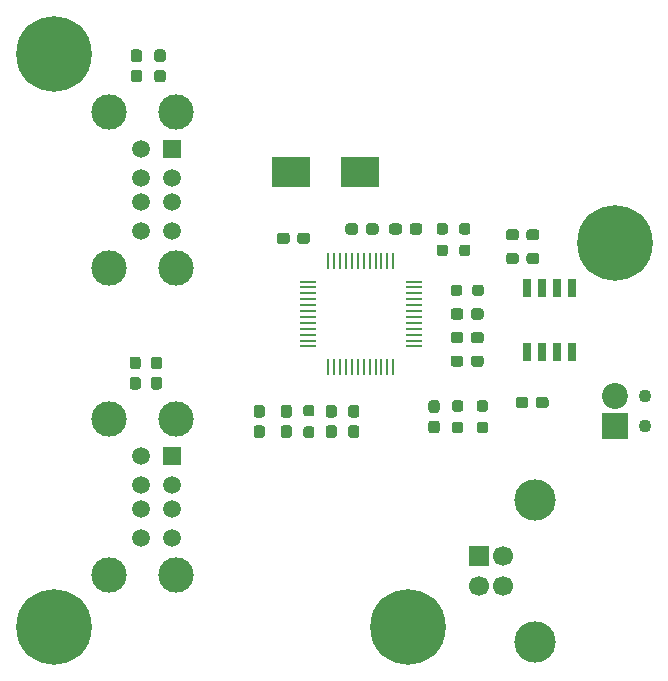
<source format=gbr>
%TF.GenerationSoftware,KiCad,Pcbnew,(5.1.10)-1*%
%TF.CreationDate,2021-06-30T06:41:13-07:00*%
%TF.ProjectId,USBHub,55534248-7562-42e6-9b69-6361645f7063,rev?*%
%TF.SameCoordinates,Original*%
%TF.FileFunction,Soldermask,Top*%
%TF.FilePolarity,Negative*%
%FSLAX46Y46*%
G04 Gerber Fmt 4.6, Leading zero omitted, Abs format (unit mm)*
G04 Created by KiCad (PCBNEW (5.1.10)-1) date 2021-06-30 06:41:13*
%MOMM*%
%LPD*%
G01*
G04 APERTURE LIST*
%ADD10C,0.800000*%
%ADD11C,6.400000*%
%ADD12C,3.000000*%
%ADD13R,1.500000X1.500000*%
%ADD14C,1.500000*%
%ADD15R,3.325000X2.500000*%
%ADD16R,0.700000X1.650000*%
%ADD17O,1.500000X0.250000*%
%ADD18O,0.250000X1.500000*%
%ADD19C,1.100000*%
%ADD20C,2.200000*%
%ADD21R,2.200000X2.200000*%
%ADD22C,3.500000*%
%ADD23C,1.700000*%
%ADD24R,1.700000X1.700000*%
G04 APERTURE END LIST*
D10*
%TO.C,H4*%
X158697056Y-110802944D03*
X157000000Y-110100000D03*
X155302944Y-110802944D03*
X154600000Y-112500000D03*
X155302944Y-114197056D03*
X157000000Y-114900000D03*
X158697056Y-114197056D03*
X159400000Y-112500000D03*
D11*
X157000000Y-112500000D03*
%TD*%
D10*
%TO.C,H3*%
X128697056Y-110802944D03*
X127000000Y-110100000D03*
X125302944Y-110802944D03*
X124600000Y-112500000D03*
X125302944Y-114197056D03*
X127000000Y-114900000D03*
X128697056Y-114197056D03*
X129400000Y-112500000D03*
D11*
X127000000Y-112500000D03*
%TD*%
D10*
%TO.C,H2*%
X176197056Y-78302944D03*
X174500000Y-77600000D03*
X172802944Y-78302944D03*
X172100000Y-80000000D03*
X172802944Y-81697056D03*
X174500000Y-82400000D03*
X176197056Y-81697056D03*
X176900000Y-80000000D03*
D11*
X174500000Y-80000000D03*
%TD*%
D10*
%TO.C,H1*%
X128697056Y-62302944D03*
X127000000Y-61600000D03*
X125302944Y-62302944D03*
X124600000Y-64000000D03*
X125302944Y-65697056D03*
X127000000Y-66400000D03*
X128697056Y-65697056D03*
X129400000Y-64000000D03*
D11*
X127000000Y-64000000D03*
%TD*%
D12*
%TO.C,J2*%
X137350000Y-108070000D03*
X137350000Y-94930000D03*
D13*
X137000000Y-98000000D03*
D14*
X137000000Y-100500000D03*
X137000000Y-102500000D03*
X137000000Y-105000000D03*
D12*
X131670000Y-94930000D03*
X131670000Y-108070000D03*
D14*
X134380000Y-98000000D03*
X134380000Y-100500000D03*
X134380000Y-102500000D03*
X134380000Y-105000000D03*
%TD*%
D12*
%TO.C,J1*%
X137350000Y-82070000D03*
X137350000Y-68930000D03*
D13*
X137000000Y-72000000D03*
D14*
X137000000Y-74500000D03*
X137000000Y-76500000D03*
X137000000Y-79000000D03*
D12*
X131670000Y-68930000D03*
X131670000Y-82070000D03*
D14*
X134380000Y-72000000D03*
X134380000Y-74500000D03*
X134380000Y-76500000D03*
X134380000Y-79000000D03*
%TD*%
D15*
%TO.C,Y1*%
X147087500Y-74000000D03*
X152912500Y-74000000D03*
%TD*%
D16*
%TO.C,U2*%
X170905000Y-89200000D03*
X170905000Y-83800000D03*
X169635000Y-89200000D03*
X169635000Y-83800000D03*
X168365000Y-89200000D03*
X168365000Y-83800000D03*
X167095000Y-89200000D03*
X167095000Y-83800000D03*
%TD*%
D17*
%TO.C,U1*%
X157500000Y-83250000D03*
X157500000Y-83750000D03*
X157500000Y-84250000D03*
X157500000Y-84750000D03*
X157500000Y-85250000D03*
X157500000Y-85750000D03*
X157500000Y-86250000D03*
X157500000Y-86750000D03*
X157500000Y-87250000D03*
X157500000Y-87750000D03*
X157500000Y-88250000D03*
X157500000Y-88750000D03*
D18*
X155750000Y-90500000D03*
X155250000Y-90500000D03*
X154750000Y-90500000D03*
X154250000Y-90500000D03*
X153750000Y-90500000D03*
X153250000Y-90500000D03*
X152750000Y-90500000D03*
X152250000Y-90500000D03*
X151750000Y-90500000D03*
X151250000Y-90500000D03*
X150750000Y-90500000D03*
X150250000Y-90500000D03*
D17*
X148500000Y-88750000D03*
X148500000Y-88250000D03*
X148500000Y-87750000D03*
X148500000Y-87250000D03*
X148500000Y-86750000D03*
X148500000Y-86250000D03*
X148500000Y-85750000D03*
X148500000Y-85250000D03*
X148500000Y-84750000D03*
X148500000Y-84250000D03*
X148500000Y-83750000D03*
X148500000Y-83250000D03*
D18*
X150250000Y-81500000D03*
X150750000Y-81500000D03*
X151250000Y-81500000D03*
X151750000Y-81500000D03*
X152250000Y-81500000D03*
X152750000Y-81500000D03*
X153250000Y-81500000D03*
X153750000Y-81500000D03*
X154250000Y-81500000D03*
X154750000Y-81500000D03*
X155250000Y-81500000D03*
X155750000Y-81500000D03*
%TD*%
%TO.C,R6*%
G36*
G01*
X162425000Y-84237500D02*
X162425000Y-83762500D01*
G75*
G02*
X162662500Y-83525000I237500J0D01*
G01*
X163162500Y-83525000D01*
G75*
G02*
X163400000Y-83762500I0J-237500D01*
G01*
X163400000Y-84237500D01*
G75*
G02*
X163162500Y-84475000I-237500J0D01*
G01*
X162662500Y-84475000D01*
G75*
G02*
X162425000Y-84237500I0J237500D01*
G01*
G37*
G36*
G01*
X160600000Y-84237500D02*
X160600000Y-83762500D01*
G75*
G02*
X160837500Y-83525000I237500J0D01*
G01*
X161337500Y-83525000D01*
G75*
G02*
X161575000Y-83762500I0J-237500D01*
G01*
X161575000Y-84237500D01*
G75*
G02*
X161337500Y-84475000I-237500J0D01*
G01*
X160837500Y-84475000D01*
G75*
G02*
X160600000Y-84237500I0J237500D01*
G01*
G37*
%TD*%
%TO.C,R5*%
G36*
G01*
X159662500Y-80125000D02*
X160137500Y-80125000D01*
G75*
G02*
X160375000Y-80362500I0J-237500D01*
G01*
X160375000Y-80862500D01*
G75*
G02*
X160137500Y-81100000I-237500J0D01*
G01*
X159662500Y-81100000D01*
G75*
G02*
X159425000Y-80862500I0J237500D01*
G01*
X159425000Y-80362500D01*
G75*
G02*
X159662500Y-80125000I237500J0D01*
G01*
G37*
G36*
G01*
X159662500Y-78300000D02*
X160137500Y-78300000D01*
G75*
G02*
X160375000Y-78537500I0J-237500D01*
G01*
X160375000Y-79037500D01*
G75*
G02*
X160137500Y-79275000I-237500J0D01*
G01*
X159662500Y-79275000D01*
G75*
G02*
X159425000Y-79037500I0J237500D01*
G01*
X159425000Y-78537500D01*
G75*
G02*
X159662500Y-78300000I237500J0D01*
G01*
G37*
%TD*%
%TO.C,R4*%
G36*
G01*
X162037500Y-79275000D02*
X161562500Y-79275000D01*
G75*
G02*
X161325000Y-79037500I0J237500D01*
G01*
X161325000Y-78537500D01*
G75*
G02*
X161562500Y-78300000I237500J0D01*
G01*
X162037500Y-78300000D01*
G75*
G02*
X162275000Y-78537500I0J-237500D01*
G01*
X162275000Y-79037500D01*
G75*
G02*
X162037500Y-79275000I-237500J0D01*
G01*
G37*
G36*
G01*
X162037500Y-81100000D02*
X161562500Y-81100000D01*
G75*
G02*
X161325000Y-80862500I0J237500D01*
G01*
X161325000Y-80362500D01*
G75*
G02*
X161562500Y-80125000I237500J0D01*
G01*
X162037500Y-80125000D01*
G75*
G02*
X162275000Y-80362500I0J-237500D01*
G01*
X162275000Y-80862500D01*
G75*
G02*
X162037500Y-81100000I-237500J0D01*
G01*
G37*
%TD*%
%TO.C,R3*%
G36*
G01*
X163537500Y-94275000D02*
X163062500Y-94275000D01*
G75*
G02*
X162825000Y-94037500I0J237500D01*
G01*
X162825000Y-93537500D01*
G75*
G02*
X163062500Y-93300000I237500J0D01*
G01*
X163537500Y-93300000D01*
G75*
G02*
X163775000Y-93537500I0J-237500D01*
G01*
X163775000Y-94037500D01*
G75*
G02*
X163537500Y-94275000I-237500J0D01*
G01*
G37*
G36*
G01*
X163537500Y-96100000D02*
X163062500Y-96100000D01*
G75*
G02*
X162825000Y-95862500I0J237500D01*
G01*
X162825000Y-95362500D01*
G75*
G02*
X163062500Y-95125000I237500J0D01*
G01*
X163537500Y-95125000D01*
G75*
G02*
X163775000Y-95362500I0J-237500D01*
G01*
X163775000Y-95862500D01*
G75*
G02*
X163537500Y-96100000I-237500J0D01*
G01*
G37*
%TD*%
%TO.C,R2*%
G36*
G01*
X161437500Y-94275000D02*
X160962500Y-94275000D01*
G75*
G02*
X160725000Y-94037500I0J237500D01*
G01*
X160725000Y-93537500D01*
G75*
G02*
X160962500Y-93300000I237500J0D01*
G01*
X161437500Y-93300000D01*
G75*
G02*
X161675000Y-93537500I0J-237500D01*
G01*
X161675000Y-94037500D01*
G75*
G02*
X161437500Y-94275000I-237500J0D01*
G01*
G37*
G36*
G01*
X161437500Y-96100000D02*
X160962500Y-96100000D01*
G75*
G02*
X160725000Y-95862500I0J237500D01*
G01*
X160725000Y-95362500D01*
G75*
G02*
X160962500Y-95125000I237500J0D01*
G01*
X161437500Y-95125000D01*
G75*
G02*
X161675000Y-95362500I0J-237500D01*
G01*
X161675000Y-95862500D01*
G75*
G02*
X161437500Y-96100000I-237500J0D01*
G01*
G37*
%TD*%
%TO.C,R1*%
G36*
G01*
X148362500Y-95525000D02*
X148837500Y-95525000D01*
G75*
G02*
X149075000Y-95762500I0J-237500D01*
G01*
X149075000Y-96262500D01*
G75*
G02*
X148837500Y-96500000I-237500J0D01*
G01*
X148362500Y-96500000D01*
G75*
G02*
X148125000Y-96262500I0J237500D01*
G01*
X148125000Y-95762500D01*
G75*
G02*
X148362500Y-95525000I237500J0D01*
G01*
G37*
G36*
G01*
X148362500Y-93700000D02*
X148837500Y-93700000D01*
G75*
G02*
X149075000Y-93937500I0J-237500D01*
G01*
X149075000Y-94437500D01*
G75*
G02*
X148837500Y-94675000I-237500J0D01*
G01*
X148362500Y-94675000D01*
G75*
G02*
X148125000Y-94437500I0J237500D01*
G01*
X148125000Y-93937500D01*
G75*
G02*
X148362500Y-93700000I237500J0D01*
G01*
G37*
%TD*%
D19*
%TO.C,J6*%
X177040000Y-92960000D03*
D20*
X174500000Y-92960000D03*
D19*
X177040000Y-95500000D03*
D21*
X174500000Y-95500000D03*
%TD*%
D22*
%TO.C,J3*%
X167710000Y-113770000D03*
X167710000Y-101730000D03*
D23*
X165000000Y-106500000D03*
X165000000Y-109000000D03*
X163000000Y-109000000D03*
D24*
X163000000Y-106500000D03*
%TD*%
%TO.C,C18*%
G36*
G01*
X162325000Y-86237500D02*
X162325000Y-85762500D01*
G75*
G02*
X162562500Y-85525000I237500J0D01*
G01*
X163162500Y-85525000D01*
G75*
G02*
X163400000Y-85762500I0J-237500D01*
G01*
X163400000Y-86237500D01*
G75*
G02*
X163162500Y-86475000I-237500J0D01*
G01*
X162562500Y-86475000D01*
G75*
G02*
X162325000Y-86237500I0J237500D01*
G01*
G37*
G36*
G01*
X160600000Y-86237500D02*
X160600000Y-85762500D01*
G75*
G02*
X160837500Y-85525000I237500J0D01*
G01*
X161437500Y-85525000D01*
G75*
G02*
X161675000Y-85762500I0J-237500D01*
G01*
X161675000Y-86237500D01*
G75*
G02*
X161437500Y-86475000I-237500J0D01*
G01*
X160837500Y-86475000D01*
G75*
G02*
X160600000Y-86237500I0J237500D01*
G01*
G37*
%TD*%
%TO.C,C17*%
G36*
G01*
X147625000Y-79837500D02*
X147625000Y-79362500D01*
G75*
G02*
X147862500Y-79125000I237500J0D01*
G01*
X148462500Y-79125000D01*
G75*
G02*
X148700000Y-79362500I0J-237500D01*
G01*
X148700000Y-79837500D01*
G75*
G02*
X148462500Y-80075000I-237500J0D01*
G01*
X147862500Y-80075000D01*
G75*
G02*
X147625000Y-79837500I0J237500D01*
G01*
G37*
G36*
G01*
X145900000Y-79837500D02*
X145900000Y-79362500D01*
G75*
G02*
X146137500Y-79125000I237500J0D01*
G01*
X146737500Y-79125000D01*
G75*
G02*
X146975000Y-79362500I0J-237500D01*
G01*
X146975000Y-79837500D01*
G75*
G02*
X146737500Y-80075000I-237500J0D01*
G01*
X146137500Y-80075000D01*
G75*
G02*
X145900000Y-79837500I0J237500D01*
G01*
G37*
%TD*%
%TO.C,C16*%
G36*
G01*
X153425000Y-79037500D02*
X153425000Y-78562500D01*
G75*
G02*
X153662500Y-78325000I237500J0D01*
G01*
X154262500Y-78325000D01*
G75*
G02*
X154500000Y-78562500I0J-237500D01*
G01*
X154500000Y-79037500D01*
G75*
G02*
X154262500Y-79275000I-237500J0D01*
G01*
X153662500Y-79275000D01*
G75*
G02*
X153425000Y-79037500I0J237500D01*
G01*
G37*
G36*
G01*
X151700000Y-79037500D02*
X151700000Y-78562500D01*
G75*
G02*
X151937500Y-78325000I237500J0D01*
G01*
X152537500Y-78325000D01*
G75*
G02*
X152775000Y-78562500I0J-237500D01*
G01*
X152775000Y-79037500D01*
G75*
G02*
X152537500Y-79275000I-237500J0D01*
G01*
X151937500Y-79275000D01*
G75*
G02*
X151700000Y-79037500I0J237500D01*
G01*
G37*
%TD*%
%TO.C,C15*%
G36*
G01*
X158962500Y-95025000D02*
X159437500Y-95025000D01*
G75*
G02*
X159675000Y-95262500I0J-237500D01*
G01*
X159675000Y-95862500D01*
G75*
G02*
X159437500Y-96100000I-237500J0D01*
G01*
X158962500Y-96100000D01*
G75*
G02*
X158725000Y-95862500I0J237500D01*
G01*
X158725000Y-95262500D01*
G75*
G02*
X158962500Y-95025000I237500J0D01*
G01*
G37*
G36*
G01*
X158962500Y-93300000D02*
X159437500Y-93300000D01*
G75*
G02*
X159675000Y-93537500I0J-237500D01*
G01*
X159675000Y-94137500D01*
G75*
G02*
X159437500Y-94375000I-237500J0D01*
G01*
X158962500Y-94375000D01*
G75*
G02*
X158725000Y-94137500I0J237500D01*
G01*
X158725000Y-93537500D01*
G75*
G02*
X158962500Y-93300000I237500J0D01*
G01*
G37*
%TD*%
%TO.C,C14*%
G36*
G01*
X152162500Y-95425000D02*
X152637500Y-95425000D01*
G75*
G02*
X152875000Y-95662500I0J-237500D01*
G01*
X152875000Y-96262500D01*
G75*
G02*
X152637500Y-96500000I-237500J0D01*
G01*
X152162500Y-96500000D01*
G75*
G02*
X151925000Y-96262500I0J237500D01*
G01*
X151925000Y-95662500D01*
G75*
G02*
X152162500Y-95425000I237500J0D01*
G01*
G37*
G36*
G01*
X152162500Y-93700000D02*
X152637500Y-93700000D01*
G75*
G02*
X152875000Y-93937500I0J-237500D01*
G01*
X152875000Y-94537500D01*
G75*
G02*
X152637500Y-94775000I-237500J0D01*
G01*
X152162500Y-94775000D01*
G75*
G02*
X151925000Y-94537500I0J237500D01*
G01*
X151925000Y-93937500D01*
G75*
G02*
X152162500Y-93700000I237500J0D01*
G01*
G37*
%TD*%
%TO.C,C13*%
G36*
G01*
X144162500Y-95425000D02*
X144637500Y-95425000D01*
G75*
G02*
X144875000Y-95662500I0J-237500D01*
G01*
X144875000Y-96262500D01*
G75*
G02*
X144637500Y-96500000I-237500J0D01*
G01*
X144162500Y-96500000D01*
G75*
G02*
X143925000Y-96262500I0J237500D01*
G01*
X143925000Y-95662500D01*
G75*
G02*
X144162500Y-95425000I237500J0D01*
G01*
G37*
G36*
G01*
X144162500Y-93700000D02*
X144637500Y-93700000D01*
G75*
G02*
X144875000Y-93937500I0J-237500D01*
G01*
X144875000Y-94537500D01*
G75*
G02*
X144637500Y-94775000I-237500J0D01*
G01*
X144162500Y-94775000D01*
G75*
G02*
X143925000Y-94537500I0J237500D01*
G01*
X143925000Y-93937500D01*
G75*
G02*
X144162500Y-93700000I237500J0D01*
G01*
G37*
%TD*%
%TO.C,C12*%
G36*
G01*
X157125000Y-79037500D02*
X157125000Y-78562500D01*
G75*
G02*
X157362500Y-78325000I237500J0D01*
G01*
X157962500Y-78325000D01*
G75*
G02*
X158200000Y-78562500I0J-237500D01*
G01*
X158200000Y-79037500D01*
G75*
G02*
X157962500Y-79275000I-237500J0D01*
G01*
X157362500Y-79275000D01*
G75*
G02*
X157125000Y-79037500I0J237500D01*
G01*
G37*
G36*
G01*
X155400000Y-79037500D02*
X155400000Y-78562500D01*
G75*
G02*
X155637500Y-78325000I237500J0D01*
G01*
X156237500Y-78325000D01*
G75*
G02*
X156475000Y-78562500I0J-237500D01*
G01*
X156475000Y-79037500D01*
G75*
G02*
X156237500Y-79275000I-237500J0D01*
G01*
X155637500Y-79275000D01*
G75*
G02*
X155400000Y-79037500I0J237500D01*
G01*
G37*
%TD*%
%TO.C,C11*%
G36*
G01*
X150262500Y-95425000D02*
X150737500Y-95425000D01*
G75*
G02*
X150975000Y-95662500I0J-237500D01*
G01*
X150975000Y-96262500D01*
G75*
G02*
X150737500Y-96500000I-237500J0D01*
G01*
X150262500Y-96500000D01*
G75*
G02*
X150025000Y-96262500I0J237500D01*
G01*
X150025000Y-95662500D01*
G75*
G02*
X150262500Y-95425000I237500J0D01*
G01*
G37*
G36*
G01*
X150262500Y-93700000D02*
X150737500Y-93700000D01*
G75*
G02*
X150975000Y-93937500I0J-237500D01*
G01*
X150975000Y-94537500D01*
G75*
G02*
X150737500Y-94775000I-237500J0D01*
G01*
X150262500Y-94775000D01*
G75*
G02*
X150025000Y-94537500I0J237500D01*
G01*
X150025000Y-93937500D01*
G75*
G02*
X150262500Y-93700000I237500J0D01*
G01*
G37*
%TD*%
%TO.C,C10*%
G36*
G01*
X162325000Y-90237500D02*
X162325000Y-89762500D01*
G75*
G02*
X162562500Y-89525000I237500J0D01*
G01*
X163162500Y-89525000D01*
G75*
G02*
X163400000Y-89762500I0J-237500D01*
G01*
X163400000Y-90237500D01*
G75*
G02*
X163162500Y-90475000I-237500J0D01*
G01*
X162562500Y-90475000D01*
G75*
G02*
X162325000Y-90237500I0J237500D01*
G01*
G37*
G36*
G01*
X160600000Y-90237500D02*
X160600000Y-89762500D01*
G75*
G02*
X160837500Y-89525000I237500J0D01*
G01*
X161437500Y-89525000D01*
G75*
G02*
X161675000Y-89762500I0J-237500D01*
G01*
X161675000Y-90237500D01*
G75*
G02*
X161437500Y-90475000I-237500J0D01*
G01*
X160837500Y-90475000D01*
G75*
G02*
X160600000Y-90237500I0J237500D01*
G01*
G37*
%TD*%
%TO.C,C9*%
G36*
G01*
X166375000Y-79062500D02*
X166375000Y-79537500D01*
G75*
G02*
X166137500Y-79775000I-237500J0D01*
G01*
X165537500Y-79775000D01*
G75*
G02*
X165300000Y-79537500I0J237500D01*
G01*
X165300000Y-79062500D01*
G75*
G02*
X165537500Y-78825000I237500J0D01*
G01*
X166137500Y-78825000D01*
G75*
G02*
X166375000Y-79062500I0J-237500D01*
G01*
G37*
G36*
G01*
X168100000Y-79062500D02*
X168100000Y-79537500D01*
G75*
G02*
X167862500Y-79775000I-237500J0D01*
G01*
X167262500Y-79775000D01*
G75*
G02*
X167025000Y-79537500I0J237500D01*
G01*
X167025000Y-79062500D01*
G75*
G02*
X167262500Y-78825000I237500J0D01*
G01*
X167862500Y-78825000D01*
G75*
G02*
X168100000Y-79062500I0J-237500D01*
G01*
G37*
%TD*%
%TO.C,C8*%
G36*
G01*
X166375000Y-81062500D02*
X166375000Y-81537500D01*
G75*
G02*
X166137500Y-81775000I-237500J0D01*
G01*
X165537500Y-81775000D01*
G75*
G02*
X165300000Y-81537500I0J237500D01*
G01*
X165300000Y-81062500D01*
G75*
G02*
X165537500Y-80825000I237500J0D01*
G01*
X166137500Y-80825000D01*
G75*
G02*
X166375000Y-81062500I0J-237500D01*
G01*
G37*
G36*
G01*
X168100000Y-81062500D02*
X168100000Y-81537500D01*
G75*
G02*
X167862500Y-81775000I-237500J0D01*
G01*
X167262500Y-81775000D01*
G75*
G02*
X167025000Y-81537500I0J237500D01*
G01*
X167025000Y-81062500D01*
G75*
G02*
X167262500Y-80825000I237500J0D01*
G01*
X167862500Y-80825000D01*
G75*
G02*
X168100000Y-81062500I0J-237500D01*
G01*
G37*
%TD*%
%TO.C,C7*%
G36*
G01*
X167175000Y-93262500D02*
X167175000Y-93737500D01*
G75*
G02*
X166937500Y-93975000I-237500J0D01*
G01*
X166337500Y-93975000D01*
G75*
G02*
X166100000Y-93737500I0J237500D01*
G01*
X166100000Y-93262500D01*
G75*
G02*
X166337500Y-93025000I237500J0D01*
G01*
X166937500Y-93025000D01*
G75*
G02*
X167175000Y-93262500I0J-237500D01*
G01*
G37*
G36*
G01*
X168900000Y-93262500D02*
X168900000Y-93737500D01*
G75*
G02*
X168662500Y-93975000I-237500J0D01*
G01*
X168062500Y-93975000D01*
G75*
G02*
X167825000Y-93737500I0J237500D01*
G01*
X167825000Y-93262500D01*
G75*
G02*
X168062500Y-93025000I237500J0D01*
G01*
X168662500Y-93025000D01*
G75*
G02*
X168900000Y-93262500I0J-237500D01*
G01*
G37*
%TD*%
%TO.C,C6*%
G36*
G01*
X136237500Y-64675000D02*
X135762500Y-64675000D01*
G75*
G02*
X135525000Y-64437500I0J237500D01*
G01*
X135525000Y-63837500D01*
G75*
G02*
X135762500Y-63600000I237500J0D01*
G01*
X136237500Y-63600000D01*
G75*
G02*
X136475000Y-63837500I0J-237500D01*
G01*
X136475000Y-64437500D01*
G75*
G02*
X136237500Y-64675000I-237500J0D01*
G01*
G37*
G36*
G01*
X136237500Y-66400000D02*
X135762500Y-66400000D01*
G75*
G02*
X135525000Y-66162500I0J237500D01*
G01*
X135525000Y-65562500D01*
G75*
G02*
X135762500Y-65325000I237500J0D01*
G01*
X136237500Y-65325000D01*
G75*
G02*
X136475000Y-65562500I0J-237500D01*
G01*
X136475000Y-66162500D01*
G75*
G02*
X136237500Y-66400000I-237500J0D01*
G01*
G37*
%TD*%
%TO.C,C5*%
G36*
G01*
X135937500Y-90675000D02*
X135462500Y-90675000D01*
G75*
G02*
X135225000Y-90437500I0J237500D01*
G01*
X135225000Y-89837500D01*
G75*
G02*
X135462500Y-89600000I237500J0D01*
G01*
X135937500Y-89600000D01*
G75*
G02*
X136175000Y-89837500I0J-237500D01*
G01*
X136175000Y-90437500D01*
G75*
G02*
X135937500Y-90675000I-237500J0D01*
G01*
G37*
G36*
G01*
X135937500Y-92400000D02*
X135462500Y-92400000D01*
G75*
G02*
X135225000Y-92162500I0J237500D01*
G01*
X135225000Y-91562500D01*
G75*
G02*
X135462500Y-91325000I237500J0D01*
G01*
X135937500Y-91325000D01*
G75*
G02*
X136175000Y-91562500I0J-237500D01*
G01*
X136175000Y-92162500D01*
G75*
G02*
X135937500Y-92400000I-237500J0D01*
G01*
G37*
%TD*%
%TO.C,C4*%
G36*
G01*
X134237500Y-64675000D02*
X133762500Y-64675000D01*
G75*
G02*
X133525000Y-64437500I0J237500D01*
G01*
X133525000Y-63837500D01*
G75*
G02*
X133762500Y-63600000I237500J0D01*
G01*
X134237500Y-63600000D01*
G75*
G02*
X134475000Y-63837500I0J-237500D01*
G01*
X134475000Y-64437500D01*
G75*
G02*
X134237500Y-64675000I-237500J0D01*
G01*
G37*
G36*
G01*
X134237500Y-66400000D02*
X133762500Y-66400000D01*
G75*
G02*
X133525000Y-66162500I0J237500D01*
G01*
X133525000Y-65562500D01*
G75*
G02*
X133762500Y-65325000I237500J0D01*
G01*
X134237500Y-65325000D01*
G75*
G02*
X134475000Y-65562500I0J-237500D01*
G01*
X134475000Y-66162500D01*
G75*
G02*
X134237500Y-66400000I-237500J0D01*
G01*
G37*
%TD*%
%TO.C,C3*%
G36*
G01*
X134137500Y-90675000D02*
X133662500Y-90675000D01*
G75*
G02*
X133425000Y-90437500I0J237500D01*
G01*
X133425000Y-89837500D01*
G75*
G02*
X133662500Y-89600000I237500J0D01*
G01*
X134137500Y-89600000D01*
G75*
G02*
X134375000Y-89837500I0J-237500D01*
G01*
X134375000Y-90437500D01*
G75*
G02*
X134137500Y-90675000I-237500J0D01*
G01*
G37*
G36*
G01*
X134137500Y-92400000D02*
X133662500Y-92400000D01*
G75*
G02*
X133425000Y-92162500I0J237500D01*
G01*
X133425000Y-91562500D01*
G75*
G02*
X133662500Y-91325000I237500J0D01*
G01*
X134137500Y-91325000D01*
G75*
G02*
X134375000Y-91562500I0J-237500D01*
G01*
X134375000Y-92162500D01*
G75*
G02*
X134137500Y-92400000I-237500J0D01*
G01*
G37*
%TD*%
%TO.C,C2*%
G36*
G01*
X146462500Y-95425000D02*
X146937500Y-95425000D01*
G75*
G02*
X147175000Y-95662500I0J-237500D01*
G01*
X147175000Y-96262500D01*
G75*
G02*
X146937500Y-96500000I-237500J0D01*
G01*
X146462500Y-96500000D01*
G75*
G02*
X146225000Y-96262500I0J237500D01*
G01*
X146225000Y-95662500D01*
G75*
G02*
X146462500Y-95425000I237500J0D01*
G01*
G37*
G36*
G01*
X146462500Y-93700000D02*
X146937500Y-93700000D01*
G75*
G02*
X147175000Y-93937500I0J-237500D01*
G01*
X147175000Y-94537500D01*
G75*
G02*
X146937500Y-94775000I-237500J0D01*
G01*
X146462500Y-94775000D01*
G75*
G02*
X146225000Y-94537500I0J237500D01*
G01*
X146225000Y-93937500D01*
G75*
G02*
X146462500Y-93700000I237500J0D01*
G01*
G37*
%TD*%
%TO.C,C1*%
G36*
G01*
X162325000Y-88237500D02*
X162325000Y-87762500D01*
G75*
G02*
X162562500Y-87525000I237500J0D01*
G01*
X163162500Y-87525000D01*
G75*
G02*
X163400000Y-87762500I0J-237500D01*
G01*
X163400000Y-88237500D01*
G75*
G02*
X163162500Y-88475000I-237500J0D01*
G01*
X162562500Y-88475000D01*
G75*
G02*
X162325000Y-88237500I0J237500D01*
G01*
G37*
G36*
G01*
X160600000Y-88237500D02*
X160600000Y-87762500D01*
G75*
G02*
X160837500Y-87525000I237500J0D01*
G01*
X161437500Y-87525000D01*
G75*
G02*
X161675000Y-87762500I0J-237500D01*
G01*
X161675000Y-88237500D01*
G75*
G02*
X161437500Y-88475000I-237500J0D01*
G01*
X160837500Y-88475000D01*
G75*
G02*
X160600000Y-88237500I0J237500D01*
G01*
G37*
%TD*%
M02*

</source>
